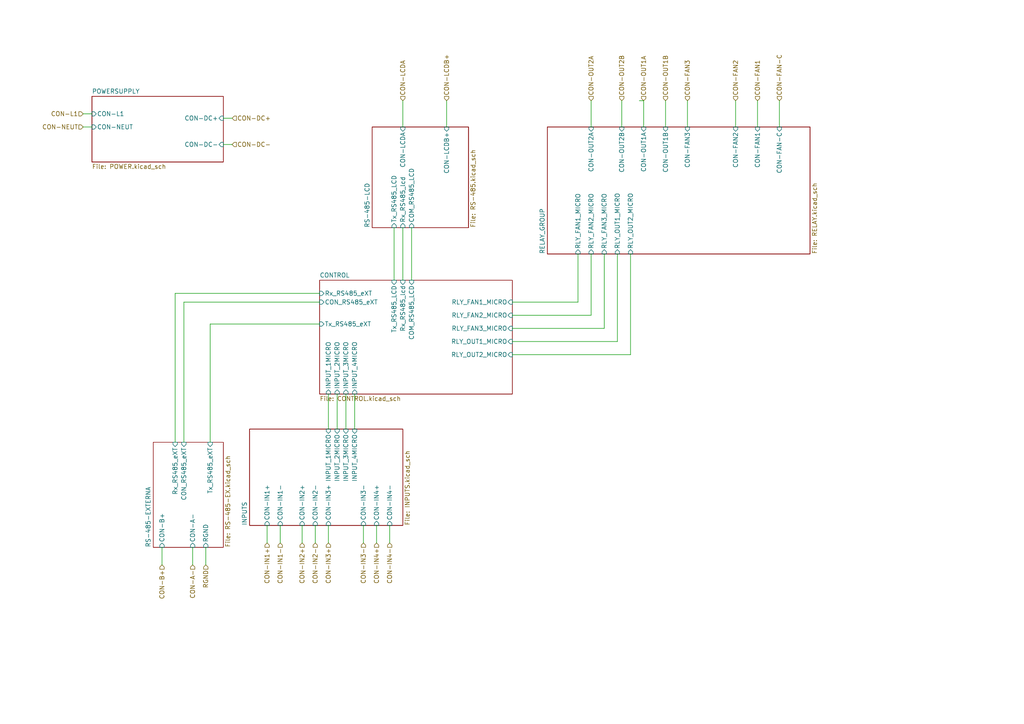
<source format=kicad_sch>
(kicad_sch (version 20230121) (generator eeschema)

  (uuid 0b4842e5-1b50-4753-87f0-a7f2ecd2c00b)

  (paper "A4")

  (lib_symbols
  )


  (wire (pts (xy 114.3 66.04) (xy 114.3 81.28))
    (stroke (width 0) (type default))
    (uuid 0194a0d9-55a5-473c-80a6-d617755e10c0)
  )
  (wire (pts (xy 100.33 114.3) (xy 100.33 124.46))
    (stroke (width 0) (type default))
    (uuid 04608757-25a3-41b7-b04e-c15578f83edc)
  )
  (wire (pts (xy 77.47 152.4) (xy 77.47 157.48))
    (stroke (width 0) (type default))
    (uuid 089b2464-8f05-4e90-824a-3d09bc3fe6be)
  )
  (wire (pts (xy 116.84 66.04) (xy 116.84 81.28))
    (stroke (width 0) (type default))
    (uuid 097f61fd-b212-4c13-a1cd-3830cbca0cf6)
  )
  (wire (pts (xy 226.06 29.21) (xy 226.06 36.83))
    (stroke (width 0) (type default))
    (uuid 1845bd25-6a74-4d50-b4ed-430c4277ff3c)
  )
  (wire (pts (xy 213.36 29.21) (xy 213.36 36.83))
    (stroke (width 0) (type default))
    (uuid 18789254-3cea-4086-8fe8-05cc17f3c889)
  )
  (wire (pts (xy 116.84 29.21) (xy 116.84 36.83))
    (stroke (width 0) (type default))
    (uuid 20fcbbb6-9e9f-4fca-bf67-da1ecbf1f996)
  )
  (wire (pts (xy 179.07 99.06) (xy 148.59 99.06))
    (stroke (width 0) (type default))
    (uuid 33bd140a-935d-4d55-a83d-bfa3662f79d6)
  )
  (wire (pts (xy 193.04 29.21) (xy 193.04 36.83))
    (stroke (width 0) (type default))
    (uuid 357cb371-ec27-4cf1-b6e2-0408758f5f56)
  )
  (wire (pts (xy 64.77 41.91) (xy 67.31 41.91))
    (stroke (width 0) (type default))
    (uuid 35953e26-869d-4f7c-b1d5-91bf3ffcd807)
  )
  (wire (pts (xy 182.88 102.87) (xy 182.88 73.66))
    (stroke (width 0) (type default))
    (uuid 362b6a7c-af6e-480f-89fd-1b5aa68f05bc)
  )
  (wire (pts (xy 148.59 102.87) (xy 182.88 102.87))
    (stroke (width 0) (type default))
    (uuid 3df900ac-00cb-401e-bc77-091b24fe96f9)
  )
  (wire (pts (xy 148.59 87.63) (xy 167.64 87.63))
    (stroke (width 0) (type default))
    (uuid 44ab06eb-b964-4701-8591-74dfc21164a6)
  )
  (wire (pts (xy 186.69 29.21) (xy 185.42 29.21))
    (stroke (width 0) (type default))
    (uuid 452d4dc9-01b9-414a-8098-4ab6bc5413a3)
  )
  (wire (pts (xy 60.96 93.98) (xy 92.71 93.98))
    (stroke (width 0) (type default))
    (uuid 51abf3be-ed8b-4880-b0c6-d0f4d0f3aa49)
  )
  (wire (pts (xy 24.13 36.83) (xy 26.67 36.83))
    (stroke (width 0) (type default))
    (uuid 5222f018-3b19-4918-8989-28ea1b0ff100)
  )
  (wire (pts (xy 109.22 152.4) (xy 109.22 157.48))
    (stroke (width 0) (type default))
    (uuid 53e950f4-3369-4761-a4ee-000c15627bda)
  )
  (wire (pts (xy 105.41 152.4) (xy 105.41 157.48))
    (stroke (width 0) (type default))
    (uuid 6510726d-8a9e-41ec-824b-09e323b438ae)
  )
  (wire (pts (xy 59.69 158.75) (xy 59.69 163.83))
    (stroke (width 0) (type default))
    (uuid 65f43ff4-5f51-45c0-9b62-92a887853ea2)
  )
  (wire (pts (xy 46.99 158.75) (xy 46.99 163.83))
    (stroke (width 0) (type default))
    (uuid 668c7245-fbe2-4581-929f-80eb586fde2e)
  )
  (wire (pts (xy 53.34 87.63) (xy 53.34 128.27))
    (stroke (width 0) (type default))
    (uuid 683158f9-0789-478d-93bb-e392f974dd9e)
  )
  (wire (pts (xy 55.88 158.75) (xy 55.88 163.83))
    (stroke (width 0) (type default))
    (uuid 68409e72-090b-4f42-82c9-9b5ea0a6ab3e)
  )
  (wire (pts (xy 148.59 95.25) (xy 175.26 95.25))
    (stroke (width 0) (type default))
    (uuid 7462cf98-94ac-4eaa-8730-29846b004d65)
  )
  (wire (pts (xy 24.13 33.02) (xy 26.67 33.02))
    (stroke (width 0) (type default))
    (uuid 7a73492e-4090-4f3c-aeee-fe975b024a7a)
  )
  (wire (pts (xy 180.34 29.21) (xy 180.34 36.83))
    (stroke (width 0) (type default))
    (uuid 7bc4e1f8-7972-4297-b540-4a436be2514c)
  )
  (wire (pts (xy 50.8 85.09) (xy 92.71 85.09))
    (stroke (width 0) (type default))
    (uuid 86ad9270-4ae1-4ccb-90e5-dc9f0dcdede9)
  )
  (wire (pts (xy 171.45 73.66) (xy 171.45 91.44))
    (stroke (width 0) (type default))
    (uuid 874ecf1f-a9cc-4b0a-bf9f-80d50e8afd56)
  )
  (wire (pts (xy 129.54 29.21) (xy 129.54 36.83))
    (stroke (width 0) (type default))
    (uuid 876173e8-2a3a-49f2-8757-d3df1020a511)
  )
  (wire (pts (xy 87.63 152.4) (xy 87.63 157.48))
    (stroke (width 0) (type default))
    (uuid 90c35b45-8f77-4514-afed-de62870a5b77)
  )
  (wire (pts (xy 64.77 34.29) (xy 67.31 34.29))
    (stroke (width 0) (type default))
    (uuid 916707fa-5ca4-47cc-9348-bbe3e731ae0d)
  )
  (wire (pts (xy 97.79 114.3) (xy 97.79 124.46))
    (stroke (width 0) (type default))
    (uuid 92e9ffeb-83ac-495b-ad71-8064cc6babb6)
  )
  (wire (pts (xy 102.87 114.3) (xy 102.87 124.46))
    (stroke (width 0) (type default))
    (uuid 93592ea0-dadf-4eb2-aab0-16ed2460294b)
  )
  (wire (pts (xy 171.45 91.44) (xy 148.59 91.44))
    (stroke (width 0) (type default))
    (uuid a1806de0-ebcd-49ce-af64-bbec8ba150a7)
  )
  (wire (pts (xy 175.26 95.25) (xy 175.26 73.66))
    (stroke (width 0) (type default))
    (uuid b9f79620-a070-47c7-9445-990b43db738b)
  )
  (wire (pts (xy 92.71 87.63) (xy 53.34 87.63))
    (stroke (width 0) (type default))
    (uuid bb99debf-a52a-4dcf-8020-bd8594925968)
  )
  (wire (pts (xy 113.03 152.4) (xy 113.03 157.48))
    (stroke (width 0) (type default))
    (uuid c7c63ef7-115d-4a73-899c-6dd882f44e86)
  )
  (wire (pts (xy 199.39 29.21) (xy 199.39 36.83))
    (stroke (width 0) (type default))
    (uuid d979711a-4c62-4903-a61a-09b3db60d894)
  )
  (wire (pts (xy 179.07 73.66) (xy 179.07 99.06))
    (stroke (width 0) (type default))
    (uuid dad0ad03-dcf1-4033-9972-70ed9c032006)
  )
  (wire (pts (xy 91.44 152.4) (xy 91.44 157.48))
    (stroke (width 0) (type default))
    (uuid de136509-61fa-4c70-99b0-c69df368230d)
  )
  (wire (pts (xy 95.25 152.4) (xy 95.25 157.48))
    (stroke (width 0) (type default))
    (uuid def61066-00ee-48d7-9523-3cdff2bf61de)
  )
  (wire (pts (xy 60.96 128.27) (xy 60.96 93.98))
    (stroke (width 0) (type default))
    (uuid df87ba5f-a669-4646-8103-f855b86c5096)
  )
  (wire (pts (xy 119.38 66.04) (xy 119.38 81.28))
    (stroke (width 0) (type default))
    (uuid e0f2735f-de0e-46a0-8d64-34709a570d7a)
  )
  (wire (pts (xy 171.45 29.21) (xy 171.45 36.83))
    (stroke (width 0) (type default))
    (uuid e5215fdd-578f-4e06-9715-ad8396e76263)
  )
  (wire (pts (xy 81.28 152.4) (xy 81.28 157.48))
    (stroke (width 0) (type default))
    (uuid ef278e7e-8795-4367-94c6-caf1ad2ec1da)
  )
  (wire (pts (xy 186.69 36.83) (xy 186.69 29.21))
    (stroke (width 0) (type default))
    (uuid f22ba16e-5342-4356-9a1d-1d31f14e72e9)
  )
  (wire (pts (xy 95.25 114.3) (xy 95.25 124.46))
    (stroke (width 0) (type default))
    (uuid f356fb99-35d0-4e66-8f3b-6c23838cc77b)
  )
  (wire (pts (xy 167.64 87.63) (xy 167.64 73.66))
    (stroke (width 0) (type default))
    (uuid f42b968f-ab1c-4583-bba1-13ff6a02a106)
  )
  (wire (pts (xy 50.8 128.27) (xy 50.8 85.09))
    (stroke (width 0) (type default))
    (uuid f6651695-b29e-44e4-8cb5-2cc42f3f8070)
  )
  (wire (pts (xy 219.71 29.21) (xy 219.71 36.83))
    (stroke (width 0) (type default))
    (uuid f792439d-81e3-4042-a24f-9edeabfc02f7)
  )

  (hierarchical_label "CON-OUT1A" (shape input) (at 186.69 29.21 90) (fields_autoplaced)
    (effects (font (size 1.27 1.27)) (justify left))
    (uuid 03f2fb92-2bf3-44d0-8173-28d5666bb924)
  )
  (hierarchical_label "CON-FAN1" (shape input) (at 219.71 29.21 90) (fields_autoplaced)
    (effects (font (size 1.27 1.27)) (justify left))
    (uuid 0e3fa207-61e3-4efc-82a7-81d58cdf8e07)
  )
  (hierarchical_label "CON-FAN-C" (shape input) (at 226.06 29.21 90) (fields_autoplaced)
    (effects (font (size 1.27 1.27)) (justify left))
    (uuid 0ec60b40-403e-46ec-90c1-7d7b9987cacc)
  )
  (hierarchical_label "CON-FAN2" (shape input) (at 213.36 29.21 90) (fields_autoplaced)
    (effects (font (size 1.27 1.27)) (justify left))
    (uuid 17ed5131-b3f8-4e69-bdd6-37568700160f)
  )
  (hierarchical_label "CON-A-" (shape input) (at 55.88 163.83 270) (fields_autoplaced)
    (effects (font (size 1.27 1.27)) (justify right))
    (uuid 214513af-7688-4793-acb5-76cf47d62bb5)
  )
  (hierarchical_label "CON-LCDB+" (shape input) (at 129.54 29.21 90) (fields_autoplaced)
    (effects (font (size 1.27 1.27)) (justify left))
    (uuid 2dd760d2-e2ac-4fa9-82c0-76a00981e090)
  )
  (hierarchical_label "CON-B+" (shape input) (at 46.99 163.83 270) (fields_autoplaced)
    (effects (font (size 1.27 1.27)) (justify right))
    (uuid 3a35c6fe-b58d-4d00-b83e-c4fadd3f4929)
  )
  (hierarchical_label "CON-IN2-" (shape input) (at 91.44 157.48 270) (fields_autoplaced)
    (effects (font (size 1.27 1.27)) (justify right))
    (uuid 584c23cb-3a86-44e6-956c-76d8ba8e4996)
  )
  (hierarchical_label "RGND" (shape input) (at 59.69 163.83 270) (fields_autoplaced)
    (effects (font (size 1.27 1.27)) (justify right))
    (uuid 68393c45-6adf-497e-bf5a-232ea0c38e02)
  )
  (hierarchical_label "CON-OUT2A" (shape input) (at 171.45 29.21 90) (fields_autoplaced)
    (effects (font (size 1.27 1.27)) (justify left))
    (uuid 6b3b46c4-5964-47ec-b7d9-02dee8ce6f43)
  )
  (hierarchical_label "CON-IN4-" (shape input) (at 113.03 157.48 270) (fields_autoplaced)
    (effects (font (size 1.27 1.27)) (justify right))
    (uuid 70249c07-2f5f-4ce0-a908-132976c68b08)
  )
  (hierarchical_label "CON-DC-" (shape input) (at 67.31 41.91 0) (fields_autoplaced)
    (effects (font (size 1.27 1.27)) (justify left))
    (uuid 89f62f84-1e07-4555-b68e-797cad21b2a0)
  )
  (hierarchical_label "CON-L1" (shape input) (at 24.13 33.02 180) (fields_autoplaced)
    (effects (font (size 1.27 1.27)) (justify right))
    (uuid 92861f67-9fb4-4267-a2fc-9a8f77d1a48d)
  )
  (hierarchical_label "CON-LCDA" (shape input) (at 116.84 29.21 90) (fields_autoplaced)
    (effects (font (size 1.27 1.27)) (justify left))
    (uuid bcaf3dfc-be49-4f4e-9718-b8f3abcf6280)
  )
  (hierarchical_label "CON-IN2+" (shape input) (at 87.63 157.48 270) (fields_autoplaced)
    (effects (font (size 1.27 1.27)) (justify right))
    (uuid bdeedbbe-2d4d-4edc-bb1e-0f07a3ce0b66)
  )
  (hierarchical_label "CON-DC+" (shape input) (at 67.31 34.29 0) (fields_autoplaced)
    (effects (font (size 1.27 1.27)) (justify left))
    (uuid c063443f-7d4e-4b9c-a0d9-4a94e72c2d3f)
  )
  (hierarchical_label "CON-IN4+" (shape input) (at 109.22 157.48 270) (fields_autoplaced)
    (effects (font (size 1.27 1.27)) (justify right))
    (uuid c37b9687-4f3c-41d8-bb0d-13904399e5cc)
  )
  (hierarchical_label "CON-OUT1B" (shape input) (at 193.04 29.21 90) (fields_autoplaced)
    (effects (font (size 1.27 1.27)) (justify left))
    (uuid c7d742b2-48fa-4f04-8921-cde9c9b15e84)
  )
  (hierarchical_label "CON-OUT2B" (shape input) (at 180.34 29.21 90) (fields_autoplaced)
    (effects (font (size 1.27 1.27)) (justify left))
    (uuid d2cad62f-d8f0-4e46-b96c-fba80a43934f)
  )
  (hierarchical_label "CON-IN1+" (shape input) (at 77.47 157.48 270) (fields_autoplaced)
    (effects (font (size 1.27 1.27)) (justify right))
    (uuid d99dfba4-718f-4882-bf95-28eecb276e53)
  )
  (hierarchical_label "CON-FAN3" (shape input) (at 199.39 29.21 90) (fields_autoplaced)
    (effects (font (size 1.27 1.27)) (justify left))
    (uuid e04d77f9-9b9c-46e0-95e8-78d21a449d9d)
  )
  (hierarchical_label "CON-IN3-" (shape input) (at 105.41 157.48 270) (fields_autoplaced)
    (effects (font (size 1.27 1.27)) (justify right))
    (uuid e2e53446-a11f-4538-930b-d43972e2c9ba)
  )
  (hierarchical_label "CON-IN1-" (shape input) (at 81.28 157.48 270) (fields_autoplaced)
    (effects (font (size 1.27 1.27)) (justify right))
    (uuid e342a21a-4d2b-4efc-af8f-d654497a2672)
  )
  (hierarchical_label "CON-IN3+" (shape input) (at 95.25 157.48 270) (fields_autoplaced)
    (effects (font (size 1.27 1.27)) (justify right))
    (uuid e5c942a6-1f56-4781-83e0-8bdb73d31641)
  )
  (hierarchical_label "CON-NEUT" (shape input) (at 24.13 36.83 180) (fields_autoplaced)
    (effects (font (size 1.27 1.27)) (justify right))
    (uuid eda9c25e-890a-4dfd-a899-d2c7c49e3ecd)
  )

  (sheet (at 92.71 81.28) (size 55.88 33.02) (fields_autoplaced)
    (stroke (width 0.1524) (type solid))
    (fill (color 0 0 0 0.0000))
    (uuid 00a28fbb-e12d-449f-b0f0-5a0c907c081f)
    (property "Sheetname" "CONTROL" (at 92.71 80.5684 0)
      (effects (font (size 1.27 1.27)) (justify left bottom))
    )
    (property "Sheetfile" "CONTROL.kicad_sch" (at 92.71 114.8846 0)
      (effects (font (size 1.27 1.27)) (justify left top))
    )
    (pin "RLY_FAN2_MICRO" input (at 148.59 91.44 0)
      (effects (font (size 1.27 1.27)) (justify right))
      (uuid ab4d84f2-b5e6-4e4c-918a-62bc7d0c594a)
    )
    (pin "RLY_OUT1_MICRO" input (at 148.59 99.06 0)
      (effects (font (size 1.27 1.27)) (justify right))
      (uuid 1bc97eb5-24ae-426b-978b-f8e48ceb1825)
    )
    (pin "RLY_FAN1_MICRO" input (at 148.59 87.63 0)
      (effects (font (size 1.27 1.27)) (justify right))
      (uuid 3ac0ab5b-4c4d-486c-b855-7cf9df311e61)
    )
    (pin "RLY_FAN3_MICRO" input (at 148.59 95.25 0)
      (effects (font (size 1.27 1.27)) (justify right))
      (uuid f6b23927-f67b-49b1-851c-83ece0af4a08)
    )
    (pin "INPUT_3MICRO" input (at 100.33 114.3 270)
      (effects (font (size 1.27 1.27)) (justify left))
      (uuid 7b2f7ab9-5d05-45d5-a663-c48f836cd791)
    )
    (pin "INPUT_2MICRO" input (at 97.79 114.3 270)
      (effects (font (size 1.27 1.27)) (justify left))
      (uuid ba3e1bba-2681-4f16-8550-b6ba86113cef)
    )
    (pin "INPUT_4MICRO" input (at 102.87 114.3 270)
      (effects (font (size 1.27 1.27)) (justify left))
      (uuid 69149663-8e2e-4943-8345-604a9bed6a13)
    )
    (pin "INPUT_1MICRO" input (at 95.25 114.3 270)
      (effects (font (size 1.27 1.27)) (justify left))
      (uuid 99f153e8-05b7-4a10-ac70-5f7b68ebe563)
    )
    (pin "Rx_RS485_lcd" input (at 116.84 81.28 90)
      (effects (font (size 1.27 1.27)) (justify right))
      (uuid bc6cce6a-99e8-49dc-a999-4ba9171b626e)
    )
    (pin "Tx_RS485_LCD" input (at 114.3 81.28 90)
      (effects (font (size 1.27 1.27)) (justify right))
      (uuid b1b0f1fb-1b4c-46f8-ae21-e03b5aec82b8)
    )
    (pin "COM_RS485_LCD" input (at 119.38 81.28 90)
      (effects (font (size 1.27 1.27)) (justify right))
      (uuid a9c94ccb-a834-417a-9955-d2b9e137ad61)
    )
    (pin "RLY_OUT2_MICRO" input (at 148.59 102.87 0)
      (effects (font (size 1.27 1.27)) (justify right))
      (uuid cfecd106-33b3-4bc5-a93d-b63e2f658fd1)
    )
    (pin "Rx_RS485_eXT" input (at 92.71 85.09 180)
      (effects (font (size 1.27 1.27)) (justify left))
      (uuid 75894e66-bf63-4023-bb99-84d995415c22)
    )
    (pin "Tx_RS485_eXT" input (at 92.71 93.98 180)
      (effects (font (size 1.27 1.27)) (justify left))
      (uuid 1c673b42-b46b-4965-aebf-884777746ed4)
    )
    (pin "CON_RS485_eXT" input (at 92.71 87.63 180)
      (effects (font (size 1.27 1.27)) (justify left))
      (uuid 933abac5-b6ed-4fab-9002-cb6e262c6811)
    )
    (instances
      (project "Room_Link"
        (path "/c4ebd78f-0c54-42fb-8411-155772684713/6ffab1c0-a902-4896-acce-96f8f8ea2f51" (page "5"))
      )
    )
  )

  (sheet (at 72.39 124.46) (size 44.45 27.94) (fields_autoplaced)
    (stroke (width 0.1524) (type solid))
    (fill (color 0 0 0 0.0000))
    (uuid 309ad757-3210-46b9-a486-5ed8cc539451)
    (property "Sheetname" "INPUTS" (at 71.6784 152.4 90)
      (effects (font (size 1.27 1.27)) (justify left bottom))
    )
    (property "Sheetfile" "INPUTS.kicad_sch" (at 117.4246 152.4 90)
      (effects (font (size 1.27 1.27)) (justify left top))
    )
    (pin "CON-IN2-" input (at 91.44 152.4 270)
      (effects (font (size 1.27 1.27)) (justify left))
      (uuid 8a53b919-eaa5-477e-9f4c-db77b02ad40f)
    )
    (pin "CON-IN3-" input (at 105.41 152.4 270)
      (effects (font (size 1.27 1.27)) (justify left))
      (uuid 214e8f26-f03a-413f-997d-a45a078a3236)
    )
    (pin "CON-IN3+" input (at 95.25 152.4 270)
      (effects (font (size 1.27 1.27)) (justify left))
      (uuid d3248810-f440-413d-bce8-7379df62b8a8)
    )
    (pin "CON-IN4+" input (at 109.22 152.4 270)
      (effects (font (size 1.27 1.27)) (justify left))
      (uuid 32e4fe7e-83f3-41fb-a9cd-42e30633a111)
    )
    (pin "CON-IN4-" input (at 113.03 152.4 270)
      (effects (font (size 1.27 1.27)) (justify left))
      (uuid dc309898-5630-4424-a75a-543edf34d593)
    )
    (pin "CON-IN1-" input (at 81.28 152.4 270)
      (effects (font (size 1.27 1.27)) (justify left))
      (uuid cfb92680-8d94-456b-a4d0-2fd3438dab75)
    )
    (pin "CON-IN1+" input (at 77.47 152.4 270)
      (effects (font (size 1.27 1.27)) (justify left))
      (uuid 305f08ae-57bc-4e16-8d98-696de2aed8a5)
    )
    (pin "CON-IN2+" input (at 87.63 152.4 270)
      (effects (font (size 1.27 1.27)) (justify left))
      (uuid b3c35231-2f37-401e-b6e3-34069408a13d)
    )
    (pin "INPUT_1MICRO" input (at 95.25 124.46 90)
      (effects (font (size 1.27 1.27)) (justify right))
      (uuid 318bc0c1-d827-4f0f-8f09-7f0a10706952)
    )
    (pin "INPUT_3MICRO" input (at 100.33 124.46 90)
      (effects (font (size 1.27 1.27)) (justify right))
      (uuid d9c35fbf-53e0-4fcc-9b23-885b75e56bb9)
    )
    (pin "INPUT_2MICRO" input (at 97.79 124.46 90)
      (effects (font (size 1.27 1.27)) (justify right))
      (uuid 2e4eae24-7fd3-450b-bd01-508bdb24307d)
    )
    (pin "INPUT_4MICRO" input (at 102.87 124.46 90)
      (effects (font (size 1.27 1.27)) (justify right))
      (uuid d14db198-e6ff-4a83-be55-80fbd1068730)
    )
    (instances
      (project "Room_Link"
        (path "/c4ebd78f-0c54-42fb-8411-155772684713/6ffab1c0-a902-4896-acce-96f8f8ea2f51" (page "7"))
      )
    )
  )

  (sheet (at 107.95 36.83) (size 27.94 29.21) (fields_autoplaced)
    (stroke (width 0.1524) (type solid))
    (fill (color 0 0 0 0.0000))
    (uuid 8d7c8ed9-ca53-4563-8d3f-2b2a3ea9afb6)
    (property "Sheetname" "RS-485-LCD" (at 107.2384 66.04 90)
      (effects (font (size 1.27 1.27)) (justify left bottom))
    )
    (property "Sheetfile" "RS-485.kicad_sch" (at 136.4746 66.04 90)
      (effects (font (size 1.27 1.27)) (justify left top))
    )
    (pin "CON-LCDA" input (at 116.84 36.83 90)
      (effects (font (size 1.27 1.27)) (justify right))
      (uuid bdc7bb0d-d09c-49ea-ad1a-e1dca160e13b)
    )
    (pin "CON-LCDB+" input (at 129.54 36.83 90)
      (effects (font (size 1.27 1.27)) (justify right))
      (uuid 0cb9704b-e41c-4c7b-9167-d07701b15364)
    )
    (pin "Tx_RS485_LCD" input (at 114.3 66.04 270)
      (effects (font (size 1.27 1.27)) (justify left))
      (uuid f00d8604-584c-4978-9bf0-9c36c8cfbded)
    )
    (pin "Rx_RS485_lcd" input (at 116.84 66.04 270)
      (effects (font (size 1.27 1.27)) (justify left))
      (uuid 367f04a8-0b16-4fd8-a52c-a4fe7e0679e5)
    )
    (pin "COM_RS485_LCD" input (at 119.38 66.04 270)
      (effects (font (size 1.27 1.27)) (justify left))
      (uuid b70882ed-e2a3-44f8-a76a-9a7fbe3bfc72)
    )
    (instances
      (project "Room_Link"
        (path "/c4ebd78f-0c54-42fb-8411-155772684713/6ffab1c0-a902-4896-acce-96f8f8ea2f51" (page "4"))
      )
    )
  )

  (sheet (at 158.75 36.83) (size 76.2 36.83) (fields_autoplaced)
    (stroke (width 0.1524) (type solid))
    (fill (color 0 0 0 0.0000))
    (uuid af24c598-c80e-4034-b866-6a224557696e)
    (property "Sheetname" "RELAY_GROUP" (at 158.0384 73.66 90)
      (effects (font (size 1.27 1.27)) (justify left bottom))
    )
    (property "Sheetfile" "RELAY.kicad_sch" (at 235.5346 73.66 90)
      (effects (font (size 1.27 1.27)) (justify left top))
    )
    (pin "CON-OUT1B" input (at 193.04 36.83 90)
      (effects (font (size 1.27 1.27)) (justify right))
      (uuid c1328625-733e-4148-9e72-1d7e6044db70)
    )
    (pin "CON-FAN3" input (at 199.39 36.83 90)
      (effects (font (size 1.27 1.27)) (justify right))
      (uuid c8130f1f-c1a9-4fbf-8ce0-6b8b21dc57c1)
    )
    (pin "CON-FAN2" input (at 213.36 36.83 90)
      (effects (font (size 1.27 1.27)) (justify right))
      (uuid 32208eb9-bbaa-48fd-908a-a90cb7921b4a)
    )
    (pin "CON-FAN1" input (at 219.71 36.83 90)
      (effects (font (size 1.27 1.27)) (justify right))
      (uuid 619a196f-d423-4c4e-8858-f7ef8e25a6f4)
    )
    (pin "CON-FAN-C" input (at 226.06 36.83 90)
      (effects (font (size 1.27 1.27)) (justify right))
      (uuid ecedc13e-01cd-4403-b989-1d1cc57c7456)
    )
    (pin "CON-OUT2A" input (at 171.45 36.83 90)
      (effects (font (size 1.27 1.27)) (justify right))
      (uuid ea3fd76e-63a2-4028-9a29-990008379dad)
    )
    (pin "CON-OUT2B" input (at 180.34 36.83 90)
      (effects (font (size 1.27 1.27)) (justify right))
      (uuid fab77aca-0f4c-4671-828c-55c974db8944)
    )
    (pin "CON-OUT1A" input (at 186.69 36.83 90)
      (effects (font (size 1.27 1.27)) (justify right))
      (uuid 3ca604e4-3c95-4ef5-b768-01ecd0dee038)
    )
    (pin "RLY_OUT2_MICRO" input (at 182.88 73.66 270)
      (effects (font (size 1.27 1.27)) (justify left))
      (uuid ec9adb66-0b98-46b7-9dc1-730baddf8021)
    )
    (pin "RLY_OUT1_MICRO" input (at 179.07 73.66 270)
      (effects (font (size 1.27 1.27)) (justify left))
      (uuid f4ff9684-e7fa-4b65-9888-b3b5df9b85b8)
    )
    (pin "RLY_FAN1_MICRO" input (at 167.64 73.66 270)
      (effects (font (size 1.27 1.27)) (justify left))
      (uuid 7a8d88df-3570-484b-9278-c49e7314a5c4)
    )
    (pin "RLY_FAN3_MICRO" input (at 175.26 73.66 270)
      (effects (font (size 1.27 1.27)) (justify left))
      (uuid 229a23d3-90f0-4b51-93bd-ea650d4a0fb9)
    )
    (pin "RLY_FAN2_MICRO" input (at 171.45 73.66 270)
      (effects (font (size 1.27 1.27)) (justify left))
      (uuid a3451c01-3e80-4ab7-8a0c-c4b60211eaf1)
    )
    (instances
      (project "Room_Link"
        (path "/c4ebd78f-0c54-42fb-8411-155772684713/6ffab1c0-a902-4896-acce-96f8f8ea2f51" (page "8"))
      )
    )
  )

  (sheet (at 44.45 128.27) (size 20.32 30.48) (fields_autoplaced)
    (stroke (width 0.1524) (type solid))
    (fill (color 0 0 0 0.0000))
    (uuid c38d9ed4-fd09-4498-bcb3-6c7dfb3c5f4c)
    (property "Sheetname" "RS-485-EXTERNA" (at 43.7384 158.75 90)
      (effects (font (size 1.27 1.27)) (justify left bottom))
    )
    (property "Sheetfile" "RS-485-EX.kicad_sch" (at 65.3546 158.75 90)
      (effects (font (size 1.27 1.27)) (justify left top))
    )
    (pin "CON-A-" input (at 55.88 158.75 270)
      (effects (font (size 1.27 1.27)) (justify left))
      (uuid 638ea8aa-6816-4b34-97a5-40190e5ec91d)
    )
    (pin "RGND" input (at 59.69 158.75 270)
      (effects (font (size 1.27 1.27)) (justify left))
      (uuid e648a41c-5691-4c78-b516-0e4f693f438d)
    )
    (pin "Tx_RS485_eXT" input (at 60.96 128.27 90)
      (effects (font (size 1.27 1.27)) (justify right))
      (uuid 0c7c1802-a80e-41fe-8ab0-9ff225e0287b)
    )
    (pin "CON_RS485_eXT" input (at 53.34 128.27 90)
      (effects (font (size 1.27 1.27)) (justify right))
      (uuid 9148fc65-6e66-4151-846b-5fca21c0a4b9)
    )
    (pin "Rx_RS485_eXT" input (at 50.8 128.27 90)
      (effects (font (size 1.27 1.27)) (justify right))
      (uuid 2dcdac7b-f749-4b14-b8d4-a37e04d5e1c8)
    )
    (pin "CON-B+" input (at 46.99 158.75 270)
      (effects (font (size 1.27 1.27)) (justify left))
      (uuid 4b1106d6-8da1-407f-a102-37267a5c0bb1)
    )
    (instances
      (project "Room_Link"
        (path "/c4ebd78f-0c54-42fb-8411-155772684713/6ffab1c0-a902-4896-acce-96f8f8ea2f51" (page "6"))
      )
    )
  )

  (sheet (at 26.67 27.94) (size 38.1 19.05) (fields_autoplaced)
    (stroke (width 0.1524) (type solid))
    (fill (color 0 0 0 0.0000))
    (uuid d1534244-0b2b-4ad7-9257-57688aca0bac)
    (property "Sheetname" "POWERSUPPLY" (at 26.67 27.2284 0)
      (effects (font (size 1.27 1.27)) (justify left bottom))
    )
    (property "Sheetfile" "POWER.kicad_sch" (at 26.67 47.5746 0)
      (effects (font (size 1.27 1.27)) (justify left top))
    )
    (pin "CON-DC+" input (at 64.77 34.29 0)
      (effects (font (size 1.27 1.27)) (justify right))
      (uuid 1c83d1d1-d5e3-4adc-a67f-173a2cc3fe16)
    )
    (pin "CON-DC-" input (at 64.77 41.91 0)
      (effects (font (size 1.27 1.27)) (justify right))
      (uuid fd16a452-ea12-420a-9844-2e752280391b)
    )
    (pin "CON-NEUT" input (at 26.67 36.83 180)
      (effects (font (size 1.27 1.27)) (justify left))
      (uuid 657001f3-2cf5-43fb-9499-30fa71de0574)
    )
    (pin "CON-L1" input (at 26.67 33.02 180)
      (effects (font (size 1.27 1.27)) (justify left))
      (uuid 63171b84-333f-4e22-aa48-dae9b4364840)
    )
    (instances
      (project "Room_Link"
        (path "/c4ebd78f-0c54-42fb-8411-155772684713/6ffab1c0-a902-4896-acce-96f8f8ea2f51" (page "3"))
      )
    )
  )
)

</source>
